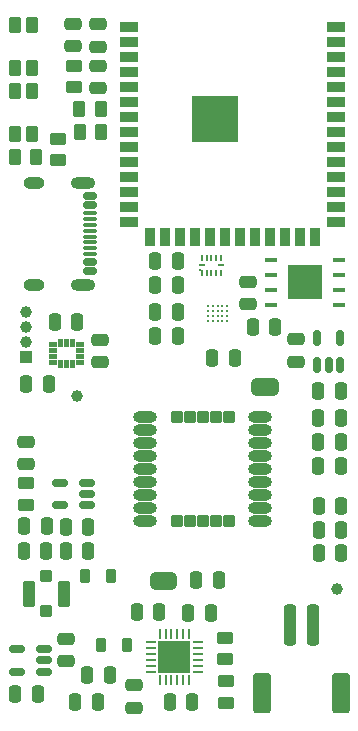
<source format=gbr>
%TF.GenerationSoftware,KiCad,Pcbnew,9.0.5*%
%TF.CreationDate,2025-11-01T11:22:36+01:00*%
%TF.ProjectId,horsesense,686f7273-6573-4656-9e73-652e6b696361,1.0*%
%TF.SameCoordinates,Original*%
%TF.FileFunction,Soldermask,Top*%
%TF.FilePolarity,Negative*%
%FSLAX46Y46*%
G04 Gerber Fmt 4.6, Leading zero omitted, Abs format (unit mm)*
G04 Created by KiCad (PCBNEW 9.0.5) date 2025-11-01 11:22:36*
%MOMM*%
%LPD*%
G01*
G04 APERTURE LIST*
G04 Aperture macros list*
%AMRoundRect*
0 Rectangle with rounded corners*
0 $1 Rounding radius*
0 $2 $3 $4 $5 $6 $7 $8 $9 X,Y pos of 4 corners*
0 Add a 4 corners polygon primitive as box body*
4,1,4,$2,$3,$4,$5,$6,$7,$8,$9,$2,$3,0*
0 Add four circle primitives for the rounded corners*
1,1,$1+$1,$2,$3*
1,1,$1+$1,$4,$5*
1,1,$1+$1,$6,$7*
1,1,$1+$1,$8,$9*
0 Add four rect primitives between the rounded corners*
20,1,$1+$1,$2,$3,$4,$5,0*
20,1,$1+$1,$4,$5,$6,$7,0*
20,1,$1+$1,$6,$7,$8,$9,0*
20,1,$1+$1,$8,$9,$2,$3,0*%
%AMFreePoly0*
4,1,23,0.500000,-0.750000,0.000000,-0.750000,0.000000,-0.745722,-0.065263,-0.745722,-0.191342,-0.711940,-0.304381,-0.646677,-0.396677,-0.554381,-0.461940,-0.441342,-0.495722,-0.315263,-0.495722,-0.250000,-0.500000,-0.250000,-0.500000,0.250000,-0.495722,0.250000,-0.495722,0.315263,-0.461940,0.441342,-0.396677,0.554381,-0.304381,0.646677,-0.191342,0.711940,-0.065263,0.745722,0.000000,0.745722,
0.000000,0.750000,0.500000,0.750000,0.500000,-0.750000,0.500000,-0.750000,$1*%
%AMFreePoly1*
4,1,23,0.000000,0.745722,0.065263,0.745722,0.191342,0.711940,0.304381,0.646677,0.396677,0.554381,0.461940,0.441342,0.495722,0.315263,0.495722,0.250000,0.500000,0.250000,0.500000,-0.250000,0.495722,-0.250000,0.495722,-0.315263,0.461940,-0.441342,0.396677,-0.554381,0.304381,-0.646677,0.191342,-0.711940,0.065263,-0.745722,0.000000,-0.745722,0.000000,-0.750000,-0.500000,-0.750000,
-0.500000,0.750000,0.000000,0.750000,0.000000,0.745722,0.000000,0.745722,$1*%
G04 Aperture macros list end*
%ADD10C,0.010000*%
%ADD11RoundRect,0.218750X-0.218750X-0.381250X0.218750X-0.381250X0.218750X0.381250X-0.218750X0.381250X0*%
%ADD12RoundRect,0.250000X0.450000X-0.262500X0.450000X0.262500X-0.450000X0.262500X-0.450000X-0.262500X0*%
%ADD13RoundRect,0.250000X0.475000X-0.250000X0.475000X0.250000X-0.475000X0.250000X-0.475000X-0.250000X0*%
%ADD14RoundRect,0.250000X0.250000X0.475000X-0.250000X0.475000X-0.250000X-0.475000X0.250000X-0.475000X0*%
%ADD15RoundRect,0.250000X-0.475000X0.250000X-0.475000X-0.250000X0.475000X-0.250000X0.475000X0.250000X0*%
%ADD16RoundRect,0.250000X-0.250000X-1.500000X0.250000X-1.500000X0.250000X1.500000X-0.250000X1.500000X0*%
%ADD17RoundRect,0.250001X-0.499999X-1.449999X0.499999X-1.449999X0.499999X1.449999X-0.499999X1.449999X0*%
%ADD18R,1.500000X0.900000*%
%ADD19R,0.900000X1.500000*%
%ADD20C,0.600000*%
%ADD21R,3.900000X3.900000*%
%ADD22C,0.254000*%
%ADD23R,1.000000X1.000000*%
%ADD24C,1.000000*%
%ADD25RoundRect,0.250000X-0.250000X-0.475000X0.250000X-0.475000X0.250000X0.475000X-0.250000X0.475000X0*%
%ADD26FreePoly0,0.000000*%
%ADD27FreePoly1,0.000000*%
%ADD28RoundRect,0.250000X-0.262500X-0.450000X0.262500X-0.450000X0.262500X0.450000X-0.262500X0.450000X0*%
%ADD29RoundRect,0.250000X0.262500X0.450000X-0.262500X0.450000X-0.262500X-0.450000X0.262500X-0.450000X0*%
%ADD30RoundRect,0.062500X0.062500X-0.350000X0.062500X0.350000X-0.062500X0.350000X-0.062500X-0.350000X0*%
%ADD31RoundRect,0.062500X0.350000X-0.062500X0.350000X0.062500X-0.350000X0.062500X-0.350000X-0.062500X0*%
%ADD32R,2.700000X2.700000*%
%ADD33O,2.004000X1.004000*%
%ADD34RoundRect,0.102000X0.400000X0.400000X-0.400000X0.400000X-0.400000X-0.400000X0.400000X-0.400000X0*%
%ADD35RoundRect,0.150000X0.512500X0.150000X-0.512500X0.150000X-0.512500X-0.150000X0.512500X-0.150000X0*%
%ADD36RoundRect,0.100000X0.425000X0.100000X-0.425000X0.100000X-0.425000X-0.100000X0.425000X-0.100000X0*%
%ADD37R,3.000000X3.000000*%
%ADD38RoundRect,0.218750X0.218750X0.381250X-0.218750X0.381250X-0.218750X-0.381250X0.218750X-0.381250X0*%
%ADD39RoundRect,0.250000X-0.275000X0.450000X-0.275000X-0.450000X0.275000X-0.450000X0.275000X0.450000X0*%
%ADD40FreePoly0,180.000000*%
%ADD41FreePoly1,180.000000*%
%ADD42RoundRect,0.100000X-0.400000X-0.400000X0.400000X-0.400000X0.400000X0.400000X-0.400000X0.400000X0*%
%ADD43RoundRect,0.105000X-0.420000X-0.995000X0.420000X-0.995000X0.420000X0.995000X-0.420000X0.995000X0*%
%ADD44RoundRect,0.150000X-0.425000X0.150000X-0.425000X-0.150000X0.425000X-0.150000X0.425000X0.150000X0*%
%ADD45RoundRect,0.075000X-0.500000X0.075000X-0.500000X-0.075000X0.500000X-0.075000X0.500000X0.075000X0*%
%ADD46O,2.100000X1.000000*%
%ADD47O,1.800000X1.000000*%
%ADD48R,0.200000X0.600000*%
%ADD49R,0.250000X0.150000*%
%ADD50R,0.600000X0.200000*%
%ADD51RoundRect,0.150000X0.150000X-0.512500X0.150000X0.512500X-0.150000X0.512500X-0.150000X-0.512500X0*%
G04 APERTURE END LIST*
%TO.C,JP1*%
G36*
X22050000Y28860000D02*
G01*
X22350000Y28860000D01*
X22350000Y27360000D01*
X22050000Y27360000D01*
X22050000Y28860000D01*
G37*
D10*
%TO.C,MT1*%
X4487500Y31585000D02*
X3912500Y31585000D01*
X3912500Y31935000D01*
X4487500Y31935000D01*
X4487500Y31585000D01*
G36*
X4487500Y31585000D02*
G01*
X3912500Y31585000D01*
X3912500Y31935000D01*
X4487500Y31935000D01*
X4487500Y31585000D01*
G37*
X4487500Y31085000D02*
X3912500Y31085000D01*
X3912500Y31435000D01*
X4487500Y31435000D01*
X4487500Y31085000D01*
G36*
X4487500Y31085000D02*
G01*
X3912500Y31085000D01*
X3912500Y31435000D01*
X4487500Y31435000D01*
X4487500Y31085000D01*
G37*
X4487500Y30585000D02*
X3912500Y30585000D01*
X3912500Y30935000D01*
X4487500Y30935000D01*
X4487500Y30585000D01*
G36*
X4487500Y30585000D02*
G01*
X3912500Y30585000D01*
X3912500Y30935000D01*
X4487500Y30935000D01*
X4487500Y30585000D01*
G37*
X4487500Y30085000D02*
X3912500Y30085000D01*
X3912500Y30435000D01*
X4487500Y30435000D01*
X4487500Y30085000D01*
G36*
X4487500Y30085000D02*
G01*
X3912500Y30085000D01*
X3912500Y30435000D01*
X4487500Y30435000D01*
X4487500Y30085000D01*
G37*
X5037500Y31635000D02*
X4687500Y31635000D01*
X4687500Y32210000D01*
X5037500Y32210000D01*
X5037500Y31635000D01*
G36*
X5037500Y31635000D02*
G01*
X4687500Y31635000D01*
X4687500Y32210000D01*
X5037500Y32210000D01*
X5037500Y31635000D01*
G37*
X5037500Y29810000D02*
X4687500Y29810000D01*
X4687500Y30385000D01*
X5037500Y30385000D01*
X5037500Y29810000D01*
G36*
X5037500Y29810000D02*
G01*
X4687500Y29810000D01*
X4687500Y30385000D01*
X5037500Y30385000D01*
X5037500Y29810000D01*
G37*
X5537500Y31635000D02*
X5187500Y31635000D01*
X5187500Y32210000D01*
X5537500Y32210000D01*
X5537500Y31635000D01*
G36*
X5537500Y31635000D02*
G01*
X5187500Y31635000D01*
X5187500Y32210000D01*
X5537500Y32210000D01*
X5537500Y31635000D01*
G37*
X5537500Y29810000D02*
X5187500Y29810000D01*
X5187500Y30385000D01*
X5537500Y30385000D01*
X5537500Y29810000D01*
G36*
X5537500Y29810000D02*
G01*
X5187500Y29810000D01*
X5187500Y30385000D01*
X5537500Y30385000D01*
X5537500Y29810000D01*
G37*
X6037500Y31635000D02*
X5687500Y31635000D01*
X5687500Y32210000D01*
X6037500Y32210000D01*
X6037500Y31635000D01*
G36*
X6037500Y31635000D02*
G01*
X5687500Y31635000D01*
X5687500Y32210000D01*
X6037500Y32210000D01*
X6037500Y31635000D01*
G37*
X6037500Y29810000D02*
X5687500Y29810000D01*
X5687500Y30385000D01*
X6037500Y30385000D01*
X6037500Y29810000D01*
G36*
X6037500Y29810000D02*
G01*
X5687500Y29810000D01*
X5687500Y30385000D01*
X6037500Y30385000D01*
X6037500Y29810000D01*
G37*
X6812500Y31585000D02*
X6237500Y31585000D01*
X6237500Y31935000D01*
X6812500Y31935000D01*
X6812500Y31585000D01*
G36*
X6812500Y31585000D02*
G01*
X6237500Y31585000D01*
X6237500Y31935000D01*
X6812500Y31935000D01*
X6812500Y31585000D01*
G37*
X6812500Y31085000D02*
X6237500Y31085000D01*
X6237500Y31435000D01*
X6812500Y31435000D01*
X6812500Y31085000D01*
G36*
X6812500Y31085000D02*
G01*
X6237500Y31085000D01*
X6237500Y31435000D01*
X6812500Y31435000D01*
X6812500Y31085000D01*
G37*
X6812500Y30585000D02*
X6237500Y30585000D01*
X6237500Y30935000D01*
X6812500Y30935000D01*
X6812500Y30585000D01*
G36*
X6812500Y30585000D02*
G01*
X6237500Y30585000D01*
X6237500Y30935000D01*
X6812500Y30935000D01*
X6812500Y30585000D01*
G37*
X6812500Y30085000D02*
X6237500Y30085000D01*
X6237500Y30435000D01*
X6812500Y30435000D01*
X6812500Y30085000D01*
G36*
X6812500Y30085000D02*
G01*
X6237500Y30085000D01*
X6237500Y30435000D01*
X6812500Y30435000D01*
X6812500Y30085000D01*
G37*
%TO.C,JP2*%
G36*
X13760000Y10980000D02*
G01*
X13460000Y10980000D01*
X13460000Y12480000D01*
X13760000Y12480000D01*
X13760000Y10980000D01*
G37*
%TD*%
D11*
%TO.C,L2*%
X7007500Y12110000D03*
X9132500Y12110000D03*
%TD*%
D12*
%TO.C,R4*%
X18840000Y5090000D03*
X18840000Y6915000D03*
%TD*%
D13*
%TO.C,C24*%
X8060000Y56950000D03*
X8060000Y58850000D03*
%TD*%
D14*
%TO.C,C29*%
X7260000Y16310000D03*
X5360000Y16310000D03*
%TD*%
D15*
%TO.C,C17*%
X24850000Y32190000D03*
X24850000Y30290000D03*
%TD*%
D12*
%TO.C,R29*%
X6040000Y53507500D03*
X6040000Y55332500D03*
%TD*%
D16*
%TO.C,J2*%
X24310000Y7980000D03*
X26310000Y7980000D03*
D17*
X21960000Y2230000D03*
X28660000Y2230000D03*
%TD*%
D18*
%TO.C,U9*%
X10700000Y58590000D03*
X10700000Y57320000D03*
X10700000Y56050000D03*
X10700000Y54780000D03*
X10700000Y53510000D03*
X10700000Y52240000D03*
X10700000Y50970000D03*
X10700000Y49700000D03*
X10700000Y48430000D03*
X10700000Y47160000D03*
X10700000Y45890000D03*
X10700000Y44620000D03*
X10700000Y43350000D03*
X10700000Y42080000D03*
D19*
X12465000Y40830000D03*
X13735000Y40830000D03*
X15005000Y40830000D03*
X16275000Y40830000D03*
X17545000Y40830000D03*
X18815000Y40830000D03*
X20085000Y40830000D03*
X21355000Y40830000D03*
X22625000Y40830000D03*
X23895000Y40830000D03*
X25165000Y40830000D03*
X26435000Y40830000D03*
D18*
X28200000Y42080000D03*
X28200000Y43350000D03*
X28200000Y44620000D03*
X28200000Y45890000D03*
X28200000Y47160000D03*
X28200000Y48430000D03*
X28200000Y49700000D03*
X28200000Y50970000D03*
X28200000Y52240000D03*
X28200000Y53510000D03*
X28200000Y54780000D03*
X28200000Y56050000D03*
X28200000Y57320000D03*
X28200000Y58590000D03*
D20*
X16550000Y51570000D03*
X16550000Y50170000D03*
X17250000Y52270000D03*
X17250000Y50870000D03*
X17250000Y49470000D03*
X17950000Y51570000D03*
D21*
X17950000Y50870000D03*
D20*
X17950000Y50170000D03*
X18650000Y52270000D03*
X18650000Y50870000D03*
X18650000Y49470000D03*
X19350000Y51570000D03*
X19350000Y50170000D03*
%TD*%
D22*
%TO.C,U1*%
X17400000Y34960000D03*
X17800000Y34960000D03*
X18200000Y34960000D03*
X18600000Y34960000D03*
X19000000Y34960000D03*
X17400000Y34560000D03*
X17800000Y34560000D03*
X18200000Y34560000D03*
X18600000Y34560000D03*
X19000000Y34560000D03*
X17400000Y34160000D03*
X17800000Y34160000D03*
X18200000Y34160000D03*
X18600000Y34160000D03*
X19000000Y34160000D03*
X17400000Y33760000D03*
X17800000Y33760000D03*
X18200000Y33760000D03*
X18600000Y33760000D03*
X19000000Y33760000D03*
%TD*%
D14*
%TO.C,C31*%
X3910000Y28420000D03*
X2010000Y28420000D03*
%TD*%
D23*
%TO.C,J4*%
X1940000Y30695000D03*
D24*
X1940000Y31965000D03*
X1940000Y33235000D03*
X1940000Y34505000D03*
%TD*%
D25*
%TO.C,C27*%
X1820000Y16330000D03*
X3720000Y16330000D03*
%TD*%
D13*
%TO.C,C26*%
X2020000Y21600000D03*
X2020000Y23500000D03*
%TD*%
D25*
%TO.C,C23*%
X26750000Y18100000D03*
X28650000Y18100000D03*
%TD*%
D12*
%TO.C,R3*%
X18880000Y1387500D03*
X18880000Y3212500D03*
%TD*%
D26*
%TO.C,JP1*%
X21550000Y28110000D03*
D27*
X22850000Y28110000D03*
%TD*%
D28*
%TO.C,R6*%
X6527500Y49730000D03*
X8352500Y49730000D03*
%TD*%
D14*
%TO.C,C3*%
X14830000Y38780000D03*
X12930000Y38780000D03*
%TD*%
D25*
%TO.C,C19*%
X26730000Y23480000D03*
X28630000Y23480000D03*
%TD*%
D29*
%TO.C,R1*%
X2852500Y47610000D03*
X1027500Y47610000D03*
%TD*%
D25*
%TO.C,C10*%
X15700000Y9000000D03*
X17600000Y9000000D03*
%TD*%
D30*
%TO.C,U3*%
X13290000Y3315000D03*
X13790000Y3315000D03*
X14290000Y3315000D03*
X14790000Y3315000D03*
X15290000Y3315000D03*
X15790000Y3315000D03*
D31*
X16502500Y4027500D03*
X16502500Y4527500D03*
X16502500Y5027500D03*
X16502500Y5527500D03*
X16502500Y6027500D03*
X16502500Y6527500D03*
D30*
X15790000Y7240000D03*
X15290000Y7240000D03*
X14790000Y7240000D03*
X14290000Y7240000D03*
X13790000Y7240000D03*
X13290000Y7240000D03*
D31*
X12577500Y6527500D03*
X12577500Y6027500D03*
X12577500Y5527500D03*
X12577500Y5027500D03*
X12577500Y4527500D03*
X12577500Y4027500D03*
D32*
X14540000Y5277500D03*
%TD*%
D28*
%TO.C,R5*%
X6507500Y51700000D03*
X8332500Y51700000D03*
%TD*%
D25*
%TO.C,C13*%
X7150000Y3790000D03*
X9050000Y3790000D03*
%TD*%
D14*
%TO.C,C7*%
X14840000Y32430000D03*
X12940000Y32430000D03*
%TD*%
D25*
%TO.C,C15*%
X1060000Y2110000D03*
X2960000Y2110000D03*
%TD*%
%TO.C,C21*%
X26760000Y14050000D03*
X28660000Y14050000D03*
%TD*%
%TO.C,C8*%
X14150000Y1470000D03*
X16050000Y1470000D03*
%TD*%
D13*
%TO.C,C1*%
X8260000Y30230000D03*
X8260000Y32130000D03*
%TD*%
D33*
%TO.C,U6*%
X21780000Y16770000D03*
X21780000Y17870000D03*
X21780000Y18970000D03*
X21780000Y20070000D03*
X21780000Y21170000D03*
X21780000Y22270000D03*
X21780000Y23370000D03*
X21780000Y24470000D03*
X21780000Y25570000D03*
X12080000Y25570000D03*
X12080000Y24470000D03*
X12080000Y23370000D03*
X12080000Y22270000D03*
X12080000Y21170000D03*
X12080000Y20070000D03*
X12080000Y18970000D03*
X12080000Y17870000D03*
X12080000Y16770000D03*
D34*
X14730000Y16770000D03*
X15830000Y16770000D03*
X16930000Y16770000D03*
X18030000Y16770000D03*
X19130000Y16770000D03*
X19130000Y25570000D03*
X18030000Y25570000D03*
X16930000Y25570000D03*
X15830000Y25570000D03*
X14730000Y25570000D03*
%TD*%
D25*
%TO.C,C5*%
X17750000Y30630000D03*
X19650000Y30630000D03*
%TD*%
D24*
%TO.C,TP1*%
X6300000Y27370000D03*
%TD*%
D25*
%TO.C,C33*%
X16380000Y11770000D03*
X18280000Y11770000D03*
%TD*%
D13*
%TO.C,C14*%
X5380000Y4930000D03*
X5380000Y6830000D03*
%TD*%
D14*
%TO.C,C16*%
X28610000Y27790000D03*
X26710000Y27790000D03*
%TD*%
D35*
%TO.C,U7*%
X7107500Y18117500D03*
X7107500Y19067500D03*
X7107500Y20017500D03*
X4832500Y20017500D03*
X4832500Y18117500D03*
%TD*%
D25*
%TO.C,C18*%
X26730000Y25510000D03*
X28630000Y25510000D03*
%TD*%
%TO.C,C34*%
X21170000Y33180000D03*
X23070000Y33180000D03*
%TD*%
D36*
%TO.C,U8*%
X28440000Y35115000D03*
X28440000Y36385000D03*
X28440000Y37655000D03*
X28440000Y38925000D03*
X22740000Y38925000D03*
X22740000Y37655000D03*
X22740000Y36385000D03*
X22740000Y35115000D03*
D37*
X25590000Y37020000D03*
%TD*%
D38*
%TO.C,L1*%
X10492500Y6280000D03*
X8367500Y6280000D03*
%TD*%
D15*
%TO.C,C37*%
X8100000Y55340000D03*
X8100000Y53440000D03*
%TD*%
D35*
%TO.C,U4*%
X3467500Y4037500D03*
X3467500Y4987500D03*
X3467500Y5937500D03*
X1192500Y5937500D03*
X1192500Y4037500D03*
%TD*%
D39*
%TO.C,SW1*%
X2475000Y58770000D03*
X2475000Y55170000D03*
X1035000Y58770000D03*
X1035000Y55170000D03*
%TD*%
D14*
%TO.C,C12*%
X13280000Y9110000D03*
X11380000Y9110000D03*
%TD*%
D12*
%TO.C,R7*%
X2020000Y18147500D03*
X2020000Y19972500D03*
%TD*%
D40*
%TO.C,JP2*%
X14260000Y11730000D03*
D41*
X12960000Y11730000D03*
%TD*%
D14*
%TO.C,C32*%
X14840000Y36740000D03*
X12940000Y36740000D03*
%TD*%
%TO.C,C11*%
X8060000Y1440000D03*
X6160000Y1440000D03*
%TD*%
%TO.C,C2*%
X6320000Y33660000D03*
X4420000Y33660000D03*
%TD*%
D42*
%TO.C,J3*%
X3690000Y12140000D03*
D43*
X5165000Y10640000D03*
D42*
X3690000Y9140000D03*
D43*
X2215000Y10640000D03*
%TD*%
D24*
%TO.C,TP2*%
X28350000Y11020000D03*
%TD*%
D25*
%TO.C,C20*%
X26730000Y21440000D03*
X28630000Y21440000D03*
%TD*%
%TO.C,C22*%
X26760000Y16040000D03*
X28660000Y16040000D03*
%TD*%
D13*
%TO.C,C4*%
X20740000Y35140000D03*
X20740000Y37040000D03*
%TD*%
D14*
%TO.C,C28*%
X3690000Y14240000D03*
X1790000Y14240000D03*
%TD*%
D44*
%TO.C,J1*%
X7370000Y44330000D03*
X7370000Y43530000D03*
D45*
X7370000Y42380000D03*
X7370000Y41380000D03*
X7370000Y40880000D03*
X7370000Y39880000D03*
D44*
X7370000Y38730000D03*
X7370000Y37930000D03*
X7370000Y37930000D03*
X7370000Y38730000D03*
D45*
X7370000Y39380000D03*
X7370000Y40380000D03*
X7370000Y41880000D03*
X7370000Y42880000D03*
D44*
X7370000Y43530000D03*
X7370000Y44330000D03*
D46*
X6795000Y45450000D03*
D47*
X2615000Y45450000D03*
D46*
X6795000Y36810000D03*
D47*
X2615000Y36810000D03*
%TD*%
D14*
%TO.C,C30*%
X7260000Y14230000D03*
X5360000Y14230000D03*
%TD*%
D48*
%TO.C,U2*%
X16870000Y37780000D03*
D49*
X16695000Y38005000D03*
D48*
X17270000Y37780000D03*
X17670000Y37780000D03*
X18070000Y37780000D03*
X18470000Y37780000D03*
D50*
X18470000Y38430000D03*
D48*
X18470000Y39080000D03*
X18070000Y39080000D03*
X17670000Y39080000D03*
X17270000Y39080000D03*
X16870000Y39080000D03*
D50*
X16870000Y38430000D03*
%TD*%
D15*
%TO.C,C9*%
X11080000Y2890000D03*
X11080000Y990000D03*
%TD*%
D51*
%TO.C,U5*%
X26657500Y29972500D03*
X27607500Y29972500D03*
X28557500Y29972500D03*
X28557500Y32247500D03*
X26657500Y32247500D03*
%TD*%
D12*
%TO.C,R2*%
X4700000Y47337500D03*
X4700000Y49162500D03*
%TD*%
D14*
%TO.C,C6*%
X14840000Y34510000D03*
X12940000Y34510000D03*
%TD*%
D39*
%TO.C,SW2*%
X2465000Y53200000D03*
X2465000Y49600000D03*
X1025000Y53200000D03*
X1025000Y49600000D03*
%TD*%
D13*
%TO.C,C25*%
X5940000Y56970000D03*
X5940000Y58870000D03*
%TD*%
M02*

</source>
